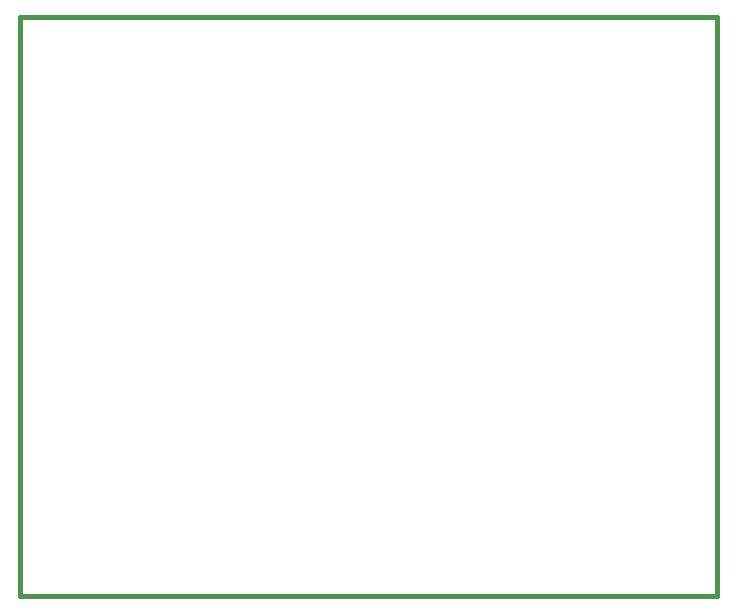
<source format=gbr>
G04 (created by PCBNEW-RS274X (2011-07-12 BZR 3047)-stable) date Fri 07 Oct 2011 21:54:40 BST*
G01*
G70*
G90*
%MOIN*%
G04 Gerber Fmt 3.4, Leading zero omitted, Abs format*
%FSLAX34Y34*%
G04 APERTURE LIST*
%ADD10C,0.006000*%
%ADD11C,0.015000*%
%ADD12C,0.068000*%
%ADD13C,0.173400*%
%ADD14R,0.068000X0.068000*%
%ADD15R,0.067100X0.067100*%
%ADD16C,0.067100*%
%ADD17C,0.070000*%
%ADD18R,0.070000X0.070000*%
G04 APERTURE END LIST*
G54D10*
G54D11*
X50787Y-49744D02*
X50787Y-30453D01*
X74016Y-49750D02*
X50787Y-49750D01*
X74016Y-30453D02*
X74016Y-49744D01*
X50787Y-30441D02*
X74016Y-30441D01*
%LPC*%
G54D12*
X52000Y-45000D03*
X51972Y-42126D03*
X54000Y-31250D03*
X72000Y-44000D03*
X70000Y-44000D03*
X68000Y-44000D03*
X56000Y-31250D03*
X64000Y-44000D03*
X62000Y-31250D03*
X61000Y-31250D03*
X60000Y-31250D03*
X59000Y-31250D03*
X58000Y-31250D03*
X66000Y-44000D03*
G54D13*
X51969Y-31634D03*
X72835Y-31634D03*
X51969Y-48563D03*
X72835Y-48563D03*
G54D14*
X52000Y-46000D03*
G54D12*
X52000Y-41000D03*
G54D15*
X65500Y-49000D03*
G54D16*
X65500Y-48000D03*
G54D14*
X56000Y-48000D03*
G54D12*
X56000Y-49000D03*
G54D14*
X58000Y-48000D03*
G54D12*
X58000Y-49000D03*
G54D14*
X61000Y-49000D03*
G54D12*
X61000Y-48000D03*
X62000Y-49000D03*
X62000Y-48000D03*
X63000Y-49000D03*
X63000Y-48000D03*
G54D17*
X63663Y-34676D03*
X63663Y-35463D03*
X63663Y-36250D03*
X63663Y-37038D03*
X63663Y-37825D03*
X63663Y-38613D03*
X63663Y-39400D03*
X63663Y-40187D03*
X63663Y-40975D03*
X72324Y-40975D03*
X72324Y-40187D03*
X72324Y-39400D03*
X72324Y-38613D03*
X72324Y-37825D03*
X72324Y-37038D03*
X72324Y-36250D03*
X72324Y-35463D03*
X72324Y-34676D03*
X72324Y-33888D03*
G54D18*
X63663Y-33888D03*
M02*

</source>
